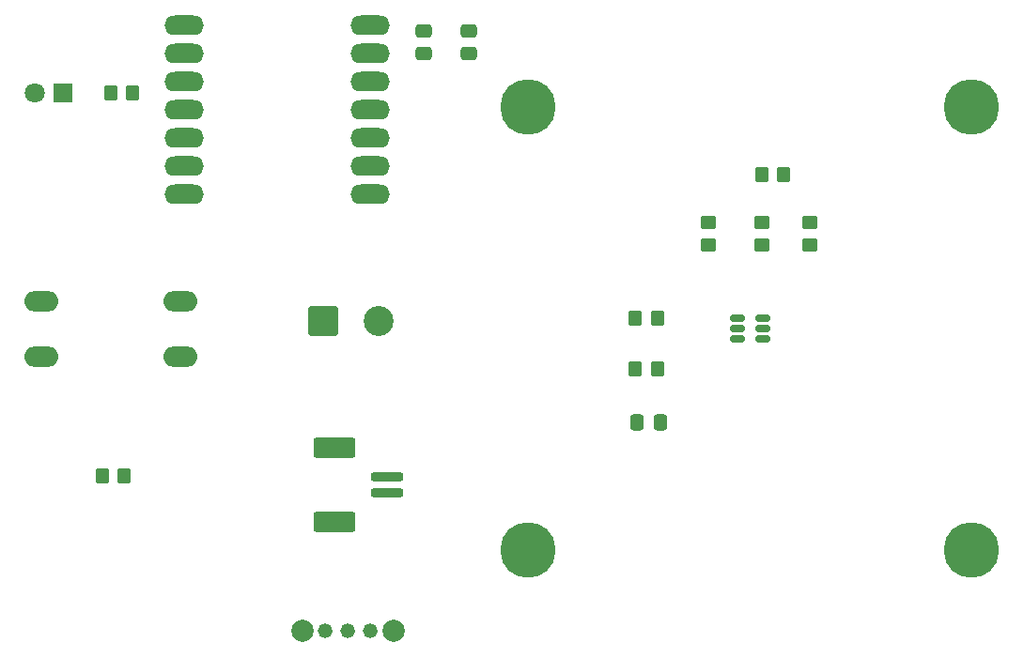
<source format=gbr>
%TF.GenerationSoftware,KiCad,Pcbnew,7.0.9*%
%TF.CreationDate,2024-01-21T16:04:35-08:00*%
%TF.ProjectId,Sensing Device,53656e73-696e-4672-9044-65766963652e,rev?*%
%TF.SameCoordinates,Original*%
%TF.FileFunction,Soldermask,Top*%
%TF.FilePolarity,Negative*%
%FSLAX46Y46*%
G04 Gerber Fmt 4.6, Leading zero omitted, Abs format (unit mm)*
G04 Created by KiCad (PCBNEW 7.0.9) date 2024-01-21 16:04:35*
%MOMM*%
%LPD*%
G01*
G04 APERTURE LIST*
G04 Aperture macros list*
%AMRoundRect*
0 Rectangle with rounded corners*
0 $1 Rounding radius*
0 $2 $3 $4 $5 $6 $7 $8 $9 X,Y pos of 4 corners*
0 Add a 4 corners polygon primitive as box body*
4,1,4,$2,$3,$4,$5,$6,$7,$8,$9,$2,$3,0*
0 Add four circle primitives for the rounded corners*
1,1,$1+$1,$2,$3*
1,1,$1+$1,$4,$5*
1,1,$1+$1,$6,$7*
1,1,$1+$1,$8,$9*
0 Add four rect primitives between the rounded corners*
20,1,$1+$1,$2,$3,$4,$5,0*
20,1,$1+$1,$4,$5,$6,$7,0*
20,1,$1+$1,$6,$7,$8,$9,0*
20,1,$1+$1,$8,$9,$2,$3,0*%
G04 Aperture macros list end*
%ADD10O,3.556000X1.778000*%
%ADD11RoundRect,0.250001X-1.099999X-1.099999X1.099999X-1.099999X1.099999X1.099999X-1.099999X1.099999X0*%
%ADD12C,2.700000*%
%ADD13RoundRect,0.150000X-0.512500X-0.150000X0.512500X-0.150000X0.512500X0.150000X-0.512500X0.150000X0*%
%ADD14O,3.048000X1.850000*%
%ADD15RoundRect,0.250000X-0.350000X-0.450000X0.350000X-0.450000X0.350000X0.450000X-0.350000X0.450000X0*%
%ADD16RoundRect,0.250000X0.450000X-0.350000X0.450000X0.350000X-0.450000X0.350000X-0.450000X-0.350000X0*%
%ADD17RoundRect,0.250000X-0.475000X0.337500X-0.475000X-0.337500X0.475000X-0.337500X0.475000X0.337500X0*%
%ADD18RoundRect,0.200000X-1.250000X0.200000X-1.250000X-0.200000X1.250000X-0.200000X1.250000X0.200000X0*%
%ADD19RoundRect,0.250000X-1.650000X0.650000X-1.650000X-0.650000X1.650000X-0.650000X1.650000X0.650000X0*%
%ADD20C,1.320800*%
%ADD21C,2.006600*%
%ADD22RoundRect,0.250000X-0.450000X0.350000X-0.450000X-0.350000X0.450000X-0.350000X0.450000X0.350000X0*%
%ADD23RoundRect,0.250000X0.337500X0.475000X-0.337500X0.475000X-0.337500X-0.475000X0.337500X-0.475000X0*%
%ADD24RoundRect,0.250000X0.350000X0.450000X-0.350000X0.450000X-0.350000X-0.450000X0.350000X-0.450000X0*%
%ADD25C,5.000000*%
%ADD26R,1.800000X1.800000*%
%ADD27C,1.800000*%
G04 APERTURE END LIST*
D10*
%TO.C,U1*%
X78994000Y-42672000D03*
X78994000Y-45212000D03*
X78994000Y-47752000D03*
X78994000Y-50292000D03*
X78994000Y-52832000D03*
X78994000Y-55372000D03*
X78994000Y-57912000D03*
X95758000Y-42672000D03*
X95758000Y-45212000D03*
X95758000Y-47752000D03*
X95758000Y-50292000D03*
X95758000Y-52832000D03*
X95758000Y-55372000D03*
X95758000Y-57912000D03*
%TD*%
D11*
%TO.C,J1*%
X91520000Y-69342000D03*
D12*
X96520000Y-69342000D03*
%TD*%
D13*
%TO.C,U2*%
X128862500Y-69050000D03*
X128862500Y-70000000D03*
X128862500Y-70950000D03*
X131137500Y-70950000D03*
X131137500Y-70000000D03*
X131137500Y-69050000D03*
%TD*%
D14*
%TO.C,SW1*%
X66150000Y-67500000D03*
X78650000Y-67500000D03*
X66150000Y-72500000D03*
X78650000Y-72500000D03*
%TD*%
D15*
%TO.C,R7*%
X119666000Y-69088000D03*
X121666000Y-69088000D03*
%TD*%
D16*
%TO.C,R5*%
X135382000Y-62415400D03*
X135382000Y-60415400D03*
%TD*%
D17*
%TO.C,C3*%
X100584000Y-43137000D03*
X100584000Y-45212000D03*
%TD*%
D18*
%TO.C,BT1*%
X97282000Y-83336000D03*
X97282000Y-84836000D03*
D19*
X92582000Y-80736000D03*
X92582000Y-87436000D03*
%TD*%
D20*
%TO.C,SW2*%
X91764099Y-97282000D03*
X93764100Y-97282000D03*
X95764101Y-97282000D03*
D21*
X89662000Y-97282000D03*
X97866200Y-97282000D03*
%TD*%
D15*
%TO.C,R8*%
X119666000Y-73660000D03*
X121666000Y-73660000D03*
%TD*%
D22*
%TO.C,R3*%
X126238000Y-60415400D03*
X126238000Y-62415400D03*
%TD*%
D15*
%TO.C,R1*%
X71628000Y-83312000D03*
X73628000Y-83312000D03*
%TD*%
D23*
%TO.C,C1*%
X121920000Y-78486000D03*
X119845000Y-78486000D03*
%TD*%
D24*
%TO.C,R6*%
X133080000Y-56134000D03*
X131080000Y-56134000D03*
%TD*%
D15*
%TO.C,R2*%
X72390000Y-48768000D03*
X74390000Y-48768000D03*
%TD*%
D16*
%TO.C,R4*%
X131064000Y-62415400D03*
X131064000Y-60415400D03*
%TD*%
D25*
%TO.C,J2*%
X150000000Y-90000000D03*
X110000000Y-90000000D03*
X150000000Y-50000000D03*
X110000000Y-50000000D03*
%TD*%
D26*
%TO.C,D1*%
X68072000Y-48768000D03*
D27*
X65532000Y-48768000D03*
%TD*%
D17*
%TO.C,C2*%
X104648000Y-43137000D03*
X104648000Y-45212000D03*
%TD*%
M02*

</source>
